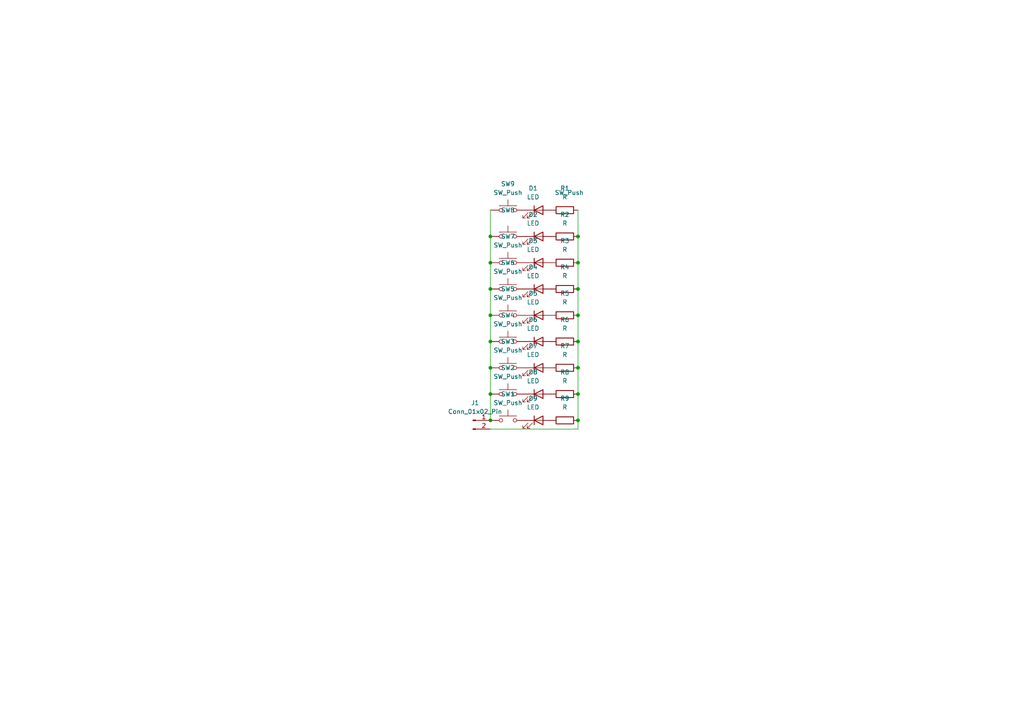
<source format=kicad_sch>
(kicad_sch (version 20230121) (generator eeschema)
  (paper "A4")
  (lib_symbols
    (symbol "Connector:Conn_01x02_Pin" (pin_names (offset 1.016) hide)
      (property "Reference" "J" (at 0 2.54 0))
      (property "Value" "Conn_01x02_Pin" (at 0 -5.08 0))
      (symbol "Conn_01x02_Pin_1_1"
        (polyline (pts (xy 1.27 -2.54) (xy 0.8636 -2.54)) (stroke (width 0.1524)))
        (polyline (pts (xy 1.27 0) (xy 0.8636 0)) (stroke (width 0.1524)))
        (rectangle (start 0.8636 -2.413) (end 0 -2.667) (stroke (width 0.1524)) (fill (type outline)))
        (rectangle (start 0.8636 0.127) (end 0 -0.127) (stroke (width 0.1524)) (fill (type outline)))
        (pin passive line (at 5.08 0 180) (length 3.81) (name "Pin_1") (number "1"))
        (pin passive line (at 5.08 -2.54 180) (length 3.81) (name "Pin_2") (number "2"))
      )
    )
    (symbol "Device:LED" (pin_numbers hide) (pin_names (offset 1.016) hide)
      (property "Reference" "D" (at 0 2.54 0))
      (property "Value" "LED" (at 0 -2.54 0))
      (symbol "LED_0_1"
        (polyline (pts (xy -1.27 -1.27) (xy -1.27 1.27)) (stroke (width 0.254)))
        (polyline (pts (xy -1.27 0) (xy 1.27 0)))
        (polyline (pts (xy 1.27 -1.27) (xy 1.27 1.27) (xy -1.27 0) (xy 1.27 -1.27)) (stroke (width 0.254)))
        (polyline (pts (xy -3.048 -0.762) (xy -4.572 -2.286) (xy -3.81 -2.286) (xy -4.572 -2.286) (xy -4.572 -1.524)))
        (polyline (pts (xy -1.778 -0.762) (xy -3.302 -2.286) (xy -2.54 -2.286) (xy -3.302 -2.286) (xy -3.302 -1.524)))
      )
      (symbol "LED_1_1"
        (pin passive line (at -3.81 0 0) (length 2.54) (name "K") (number "1"))
        (pin passive line (at 3.81 0 180) (length 2.54) (name "A") (number "2"))
      )
    )
    (symbol "Device:R" (pin_numbers hide) (pin_names (offset 0))
      (property "Reference" "R" (at 2.032 0 90))
      (property "Value" "R" (at 0 0 90))
      (symbol "R_0_1"
        (rectangle (start -1.016 -2.54) (end 1.016 2.54) (stroke (width 0.254)))
      )
      (symbol "R_1_1"
        (pin passive line (at 0 3.81 270) (length 1.27) (name "~") (number "1"))
        (pin passive line (at 0 -3.81 90) (length 1.27) (name "~") (number "2"))
      )
    )
    (symbol "Switch:SW_Push" (pin_numbers hide) (pin_names (offset 1.016) hide)
      (property "Reference" "SW" (at 1.27 2.54 0))
      (property "Value" "SW_Push" (at 0 -1.524 0))
      (symbol "SW_Push_0_1"
        (circle (center -2.032 0) (radius 0.508))
        (polyline (pts (xy 0 1.27) (xy 0 3.048)))
        (polyline (pts (xy 2.54 1.27) (xy -2.54 1.27)))
        (circle (center 2.032 0) (radius 0.508))
        (pin passive line (at -5.08 0 0) (length 2.54) (name "1") (number "1"))
        (pin passive line (at 5.08 0 180) (length 2.54) (name "2") (number "2"))
      )
    )
  )
  (junction (at 167.64 106.68))
  (junction (at 167.64 83.82))
  (junction (at 142.24 114.3))
  (junction (at 142.24 68.58))
  (junction (at 142.24 121.92))
  (junction (at 142.24 106.68))
  (junction (at 167.64 91.44))
  (junction (at 167.64 68.58))
  (junction (at 142.24 91.44))
  (junction (at 142.24 83.82))
  (junction (at 167.64 99.06))
  (junction (at 167.64 121.92))
  (junction (at 167.64 114.3))
  (junction (at 142.24 76.2))
  (junction (at 167.64 76.2))
  (junction (at 142.24 99.06))
  (wire (pts (xy 167.64 121.92) (xy 167.64 124.46)))
  (wire (pts (xy 167.64 76.2) (xy 167.64 83.82)))
  (wire (pts (xy 167.64 60.96) (xy 167.64 68.58)))
  (wire (pts (xy 142.24 76.2) (xy 142.24 83.82)))
  (wire (pts (xy 142.24 91.44) (xy 142.24 99.06)))
  (wire (pts (xy 142.24 83.82) (xy 142.24 91.44)))
  (wire (pts (xy 167.64 124.46) (xy 142.24 124.46)))
  (wire (pts (xy 167.64 91.44) (xy 167.64 99.06)))
  (wire (pts (xy 167.64 68.58) (xy 167.64 76.2)))
  (wire (pts (xy 142.24 114.3) (xy 142.24 121.92)))
  (wire (pts (xy 142.24 106.68) (xy 142.24 114.3)))
  (wire (pts (xy 142.24 68.58) (xy 142.24 76.2)))
  (wire (pts (xy 142.24 99.06) (xy 142.24 106.68)))
  (wire (pts (xy 167.64 83.82) (xy 167.64 91.44)))
  (wire (pts (xy 167.64 106.68) (xy 167.64 114.3)))
  (wire (pts (xy 167.64 99.06) (xy 167.64 106.68)))
  (wire (pts (xy 142.24 60.96) (xy 142.24 68.58)))
  (wire (pts (xy 167.64 114.3) (xy 167.64 121.92)))
  (symbol (lib_id "Switch:SW_Push") (at 147.32 68.58 0) (unit 1)
    (property "Reference" "SW8" (at 147.32 60.96 0))
    (property "Value" "SW_Push" (at 165.1 55.88 0))
    (property "Footprint" "Button_Switch_THT:SW_PUSH_6mm" (effects hide))
  )
  (symbol (lib_id "Device:R") (at 163.83 91.44 90) (unit 1)
    (property "Reference" "R5" (at 163.83 85.09 90))
    (property "Value" "R" (at 163.83 87.63 90))
    (property "Footprint" "Resistor_THT:R_Axial_DIN0207_L6.3mm_D2.5mm_P10.16mm_Horizontal" (effects hide))
  )
  (symbol (lib_id "Switch:SW_Push") (at 147.32 99.06 0) (unit 1)
    (property "Reference" "SW4" (at 147.32 91.44 0))
    (property "Value" "SW_Push" (at 147.32 93.98 0))
    (property "Footprint" "Button_Switch_THT:SW_PUSH_6mm" (effects hide))
  )
  (symbol (lib_id "Device:LED") (at 156.21 121.92 0) (unit 1)
    (property "Reference" "D9" (at 154.6225 115.57 0))
    (property "Value" "LED" (at 154.6225 118.11 0))
    (property "Footprint" "LED_THT:LED_D5.0mm_FlatTop" (effects hide))
  )
  (symbol (lib_id "Device:R") (at 163.83 114.3 90) (unit 1)
    (property "Reference" "R8" (at 163.83 107.95 90))
    (property "Value" "R" (at 163.83 110.49 90))
    (property "Footprint" "Resistor_THT:R_Axial_DIN0207_L6.3mm_D2.5mm_P10.16mm_Horizontal" (effects hide))
  )
  (symbol (lib_id "Device:LED") (at 156.21 99.06 0) (unit 1)
    (property "Reference" "D6" (at 154.6225 92.71 0))
    (property "Value" "LED" (at 154.6225 95.25 0))
    (property "Footprint" "LED_THT:LED_D5.0mm_FlatTop" (effects hide))
  )
  (symbol (lib_id "Switch:SW_Push") (at 147.32 114.3 0) (unit 1)
    (property "Reference" "SW2" (at 147.32 106.68 0))
    (property "Value" "SW_Push" (at 147.32 109.22 0))
    (property "Footprint" "Button_Switch_THT:SW_PUSH_6mm" (effects hide))
  )
  (symbol (lib_id "Switch:SW_Push") (at 147.32 76.2 0) (unit 1)
    (property "Reference" "SW7" (at 147.32 68.58 0))
    (property "Value" "SW_Push" (at 147.32 71.12 0))
    (property "Footprint" "Button_Switch_THT:SW_PUSH_6mm" (effects hide))
  )
  (symbol (lib_id "Device:LED") (at 156.21 106.68 0) (unit 1)
    (property "Reference" "D7" (at 154.6225 100.33 0))
    (property "Value" "LED" (at 154.6225 102.87 0))
    (property "Footprint" "LED_THT:LED_D5.0mm_FlatTop" (effects hide))
  )
  (symbol (lib_id "Device:R") (at 163.83 99.06 90) (unit 1)
    (property "Reference" "R6" (at 163.83 92.71 90))
    (property "Value" "R" (at 163.83 95.25 90))
    (property "Footprint" "Resistor_THT:R_Axial_DIN0207_L6.3mm_D2.5mm_P10.16mm_Horizontal" (effects hide))
  )
  (symbol (lib_id "Device:LED") (at 156.21 83.82 0) (unit 1)
    (property "Reference" "D4" (at 154.6225 77.47 0))
    (property "Value" "LED" (at 154.6225 80.01 0))
    (property "Footprint" "LED_THT:LED_D5.0mm_FlatTop" (effects hide))
  )
  (symbol (lib_id "Switch:SW_Push") (at 147.32 106.68 0) (unit 1)
    (property "Reference" "SW3" (at 147.32 99.06 0))
    (property "Value" "SW_Push" (at 147.32 101.6 0))
    (property "Footprint" "Button_Switch_THT:SW_PUSH_6mm" (effects hide))
  )
  (symbol (lib_id "Device:R") (at 163.83 60.96 90) (unit 1)
    (property "Reference" "R1" (at 163.83 54.61 90))
    (property "Value" "R" (at 163.83 57.15 90))
    (property "Footprint" "Resistor_THT:R_Axial_DIN0207_L6.3mm_D2.5mm_P10.16mm_Horizontal" (effects hide))
  )
  (symbol (lib_id "Device:LED") (at 156.21 76.2 0) (unit 1)
    (property "Reference" "D3" (at 154.6225 69.85 0))
    (property "Value" "LED" (at 154.6225 72.39 0))
    (property "Footprint" "LED_THT:LED_D5.0mm_FlatTop" (effects hide))
  )
  (symbol (lib_id "Device:R") (at 163.83 68.58 90) (unit 1)
    (property "Reference" "R2" (at 163.83 62.23 90))
    (property "Value" "R" (at 163.83 64.77 90))
    (property "Footprint" "Resistor_THT:R_Axial_DIN0207_L6.3mm_D2.5mm_P10.16mm_Horizontal" (effects hide))
  )
  (symbol (lib_id "Device:LED") (at 156.21 68.58 0) (unit 1)
    (property "Reference" "D2" (at 154.6225 62.23 0))
    (property "Value" "LED" (at 154.6225 64.77 0))
    (property "Footprint" "LED_THT:LED_D5.0mm_FlatTop" (effects hide))
  )
  (symbol (lib_id "Device:LED") (at 156.21 114.3 0) (unit 1)
    (property "Reference" "D8" (at 154.6225 107.95 0))
    (property "Value" "LED" (at 154.6225 110.49 0))
    (property "Footprint" "LED_THT:LED_D5.0mm_FlatTop" (effects hide))
  )
  (symbol (lib_id "Device:R") (at 163.83 106.68 90) (unit 1)
    (property "Reference" "R7" (at 163.83 100.33 90))
    (property "Value" "R" (at 163.83 102.87 90))
    (property "Footprint" "Resistor_THT:R_Axial_DIN0207_L6.3mm_D2.5mm_P10.16mm_Horizontal" (effects hide))
  )
  (symbol (lib_id "Device:LED") (at 156.21 60.96 0) (unit 1)
    (property "Reference" "D1" (at 154.6225 54.61 0))
    (property "Value" "LED" (at 154.6225 57.15 0))
    (property "Footprint" "LED_THT:LED_D5.0mm_FlatTop" (effects hide))
  )
  (symbol (lib_id "Connector:Conn_01x02_Pin") (at 137.16 121.92 0) (unit 1)
    (property "Reference" "J1" (at 137.795 116.84 0))
    (property "Value" "Conn_01x02_Pin" (at 137.795 119.38 0))
    (property "Footprint" "Connector_PinHeader_2.54mm:PinHeader_2x01_P2.54mm_Vertical" (effects hide))
  )
  (symbol (lib_id "Device:LED") (at 156.21 91.44 0) (unit 1)
    (property "Reference" "D5" (at 154.6225 85.09 0))
    (property "Value" "LED" (at 154.6225 87.63 0))
    (property "Footprint" "LED_THT:LED_D5.0mm_FlatTop" (effects hide))
  )
  (symbol (lib_id "Device:R") (at 163.83 121.92 90) (unit 1)
    (property "Reference" "R9" (at 163.83 115.57 90))
    (property "Value" "R" (at 163.83 118.11 90))
    (property "Footprint" "Resistor_THT:R_Axial_DIN0207_L6.3mm_D2.5mm_P10.16mm_Horizontal" (effects hide))
  )
  (symbol (lib_id "Switch:SW_Push") (at 147.32 121.92 0) (unit 1)
    (property "Reference" "SW1" (at 147.32 114.3 0))
    (property "Value" "SW_Push" (at 147.32 116.84 0))
    (property "Footprint" "Button_Switch_THT:SW_PUSH_6mm" (effects hide))
  )
  (symbol (lib_id "Switch:SW_Push") (at 147.32 60.96 0) (unit 1)
    (property "Reference" "SW9" (at 147.32 53.34 0))
    (property "Value" "SW_Push" (at 147.32 55.88 0))
    (property "Footprint" "Button_Switch_THT:SW_PUSH_6mm" (effects hide))
  )
  (symbol (lib_id "Device:R") (at 163.83 83.82 90) (unit 1)
    (property "Reference" "R4" (at 163.83 77.47 90))
    (property "Value" "R" (at 163.83 80.01 90))
    (property "Footprint" "Resistor_THT:R_Axial_DIN0207_L6.3mm_D2.5mm_P10.16mm_Horizontal" (effects hide))
  )
  (symbol (lib_id "Switch:SW_Push") (at 147.32 91.44 0) (unit 1)
    (property "Reference" "SW5" (at 147.32 83.82 0))
    (property "Value" "SW_Push" (at 147.32 86.36 0))
    (property "Footprint" "Button_Switch_THT:SW_PUSH_6mm" (effects hide))
  )
  (symbol (lib_id "Device:R") (at 163.83 76.2 90) (unit 1)
    (property "Reference" "R3" (at 163.83 69.85 90))
    (property "Value" "R" (at 163.83 72.39 90))
    (property "Footprint" "Resistor_THT:R_Axial_DIN0207_L6.3mm_D2.5mm_P10.16mm_Horizontal" (effects hide))
  )
  (symbol (lib_id "Switch:SW_Push") (at 147.32 83.82 0) (unit 1)
    (property "Reference" "SW6" (at 147.32 76.2 0))
    (property "Value" "SW_Push" (at 147.32 78.74 0))
    (property "Footprint" "Button_Switch_THT:SW_PUSH_6mm" (effects hide))
  )
)
</source>
